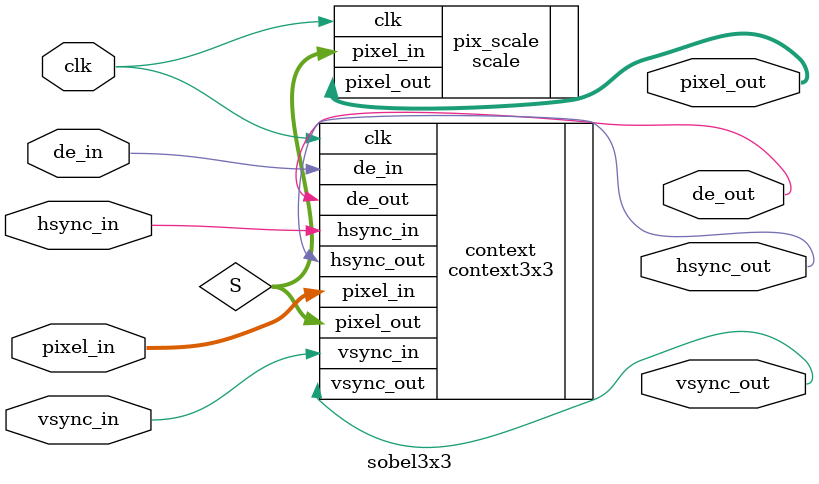
<source format=v>
`timescale 1ns / 1ps


module sobel3x3 #(
    parameter H_SIZE = 83
)(
    input clk,
    input [7:0] pixel_in,
    input de_in,
    input hsync_in,
    input vsync_in,
    output [23:0] pixel_out,
    output de_out,
    output hsync_out,
    output vsync_out
);

wire de;
wire hsync;
wire vsync;
wire [10:0] S;

context3x3 #(
    .H_SIZE(H_SIZE)
) context (
    .clk(clk),
    .pixel_in(pixel_in),
    .de_in(de_in),
    .hsync_in(hsync_in),
    .vsync_in(vsync_in),
    .pixel_out(S),
    .de_out(de_out),
    .hsync_out(hsync_out),
    .vsync_out(vsync_out)
);



scale pix_scale (
    .clk(clk),
    .pixel_in(S),
    .pixel_out(pixel_out)
);

endmodule

</source>
